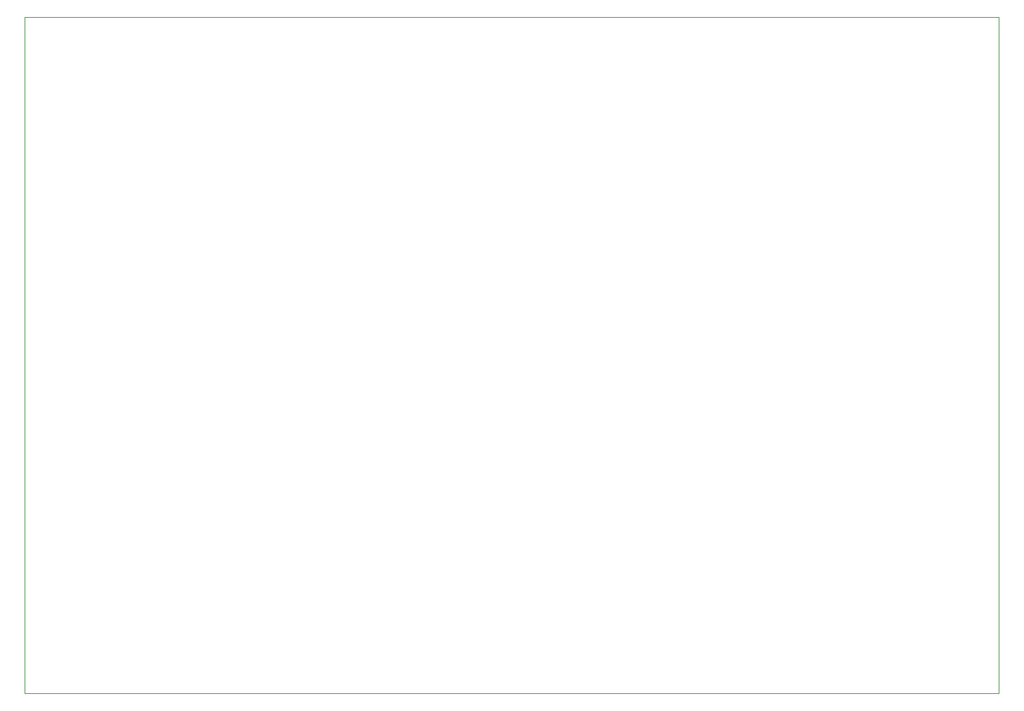
<source format=gbr>
G04 #@! TF.GenerationSoftware,KiCad,Pcbnew,(5.1.4)-1*
G04 #@! TF.CreationDate,2020-01-23T23:34:45-05:00*
G04 #@! TF.ProjectId,MainDataAquisitionBoard,4d61696e-4461-4746-9141-717569736974,rev?*
G04 #@! TF.SameCoordinates,Original*
G04 #@! TF.FileFunction,Profile,NP*
%FSLAX46Y46*%
G04 Gerber Fmt 4.6, Leading zero omitted, Abs format (unit mm)*
G04 Created by KiCad (PCBNEW (5.1.4)-1) date 2020-01-23 23:34:45*
%MOMM*%
%LPD*%
G04 APERTURE LIST*
%ADD10C,0.120000*%
G04 APERTURE END LIST*
D10*
X184150000Y-50800000D02*
X184150000Y-134620000D01*
X63500000Y-50800000D02*
X184150000Y-50800000D01*
X63500000Y-134620000D02*
X63500000Y-50800000D01*
X184150000Y-134620000D02*
X63500000Y-134620000D01*
M02*

</source>
